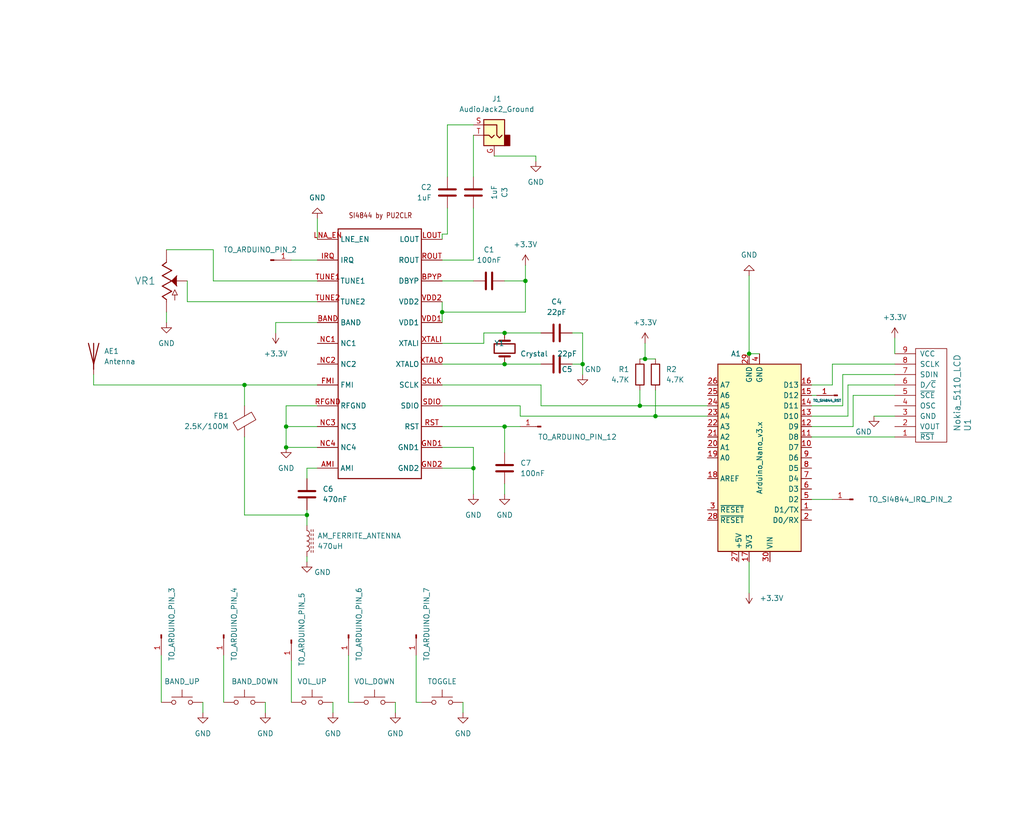
<source format=kicad_sch>
(kicad_sch (version 20230121) (generator eeschema)
  (paper "User" 250.012 200)
  (title_block (title "SI4844, NOKIA 5110  and Arduino Setup") (company "Ricardo Lima Caratti"))
  (lib_symbols
    (symbol "Connector:Conn_01x01_Pin" (pin_names (offset 1.016) hide)
      (property "Reference" "J" (at 0 2.54 0))
      (property "Value" "Conn_01x01_Pin" (at 0 -2.54 0))
      (symbol "Conn_01x01_Pin_1_1"
        (polyline (pts (xy 1.27 0) (xy 0.8636 0)) (stroke (width 0.1524)))
        (rectangle (start 0.8636 0.127) (end 0 -0.127) (stroke (width 0.1524)) (fill (type outline)))
        (pin passive line (at 5.08 0 180) (length 3.81) (name "Pin_1") (number "1"))
      )
    )
    (symbol "Connector_Audio:AudioJack2_Ground"
      (property "Reference" "J" (at 0 8.89 0))
      (property "Value" "AudioJack2_Ground" (at 0 6.35 0))
      (symbol "AudioJack2_Ground_0_1"
        (rectangle (start -2.54 -2.54) (end -3.81 0) (stroke (width 0.254)) (fill (type outline)))
        (polyline (pts (xy 0 0) (xy 0.635 -0.635) (xy 1.27 0) (xy 2.54 0)) (stroke (width 0.254)))
        (polyline (pts (xy 2.54 2.54) (xy -0.635 2.54) (xy -0.635 0) (xy -1.27 -0.635) (xy -1.905 0)) (stroke (width 0.254)))
        (rectangle (start 2.54 3.81) (end -2.54 -2.54) (stroke (width 0.254)) (fill (type background)))
      )
      (symbol "AudioJack2_Ground_1_1"
        (pin passive line (at 0 -5.08 90) (length 2.54) (name "~") (number "G"))
        (pin passive line (at 5.08 2.54 180) (length 2.54) (name "~") (number "S"))
        (pin passive line (at 5.08 0 180) (length 2.54) (name "~") (number "T"))
      )
    )
    (symbol "Device:Antenna" (pin_numbers hide) (pin_names (offset 1.016) hide)
      (property "Reference" "AE" (at -1.905 1.905 0))
      (property "Value" "Antenna" (at -1.905 0 0))
      (symbol "Antenna_0_1"
        (polyline (pts (xy 0 2.54) (xy 0 -3.81)) (stroke (width 0.254)))
        (polyline (pts (xy 1.27 2.54) (xy 0 -2.54) (xy -1.27 2.54)) (stroke (width 0.254)))
      )
      (symbol "Antenna_1_1"
        (pin input line (at 0 -5.08 90) (length 2.54) (name "A") (number "1"))
      )
    )
    (symbol "Device:C" (pin_numbers hide) (pin_names (offset 0.254))
      (property "Reference" "C" (at 0.635 2.54 0))
      (property "Value" "C" (at 0.635 -2.54 0))
      (symbol "C_0_1"
        (polyline (pts (xy -2.032 -0.762) (xy 2.032 -0.762)) (stroke (width 0.508)))
        (polyline (pts (xy -2.032 0.762) (xy 2.032 0.762)) (stroke (width 0.508)))
      )
      (symbol "C_1_1"
        (pin passive line (at 0 3.81 270) (length 2.794) (name "~") (number "1"))
        (pin passive line (at 0 -3.81 90) (length 2.794) (name "~") (number "2"))
      )
    )
    (symbol "Device:Crystal" (pin_numbers hide) (pin_names (offset 1.016) hide)
      (property "Reference" "Y" (at 0 3.81 0))
      (property "Value" "Crystal" (at 0 -3.81 0))
      (symbol "Crystal_0_1"
        (rectangle (start -1.143 2.54) (end 1.143 -2.54) (stroke (width 0.3048)))
        (polyline (pts (xy -2.54 0) (xy -1.905 0)))
        (polyline (pts (xy -1.905 -1.27) (xy -1.905 1.27)) (stroke (width 0.508)))
        (polyline (pts (xy 1.905 -1.27) (xy 1.905 1.27)) (stroke (width 0.508)))
        (polyline (pts (xy 2.54 0) (xy 1.905 0)))
      )
      (symbol "Crystal_1_1"
        (pin passive line (at -3.81 0 0) (length 1.27) (name "1") (number "1"))
        (pin passive line (at 3.81 0 180) (length 1.27) (name "2") (number "2"))
      )
    )
    (symbol "Device:FerriteBead" (pin_numbers hide) (pin_names (offset 0))
      (property "Reference" "FB" (at -3.81 0.635 90))
      (property "Value" "FerriteBead" (at 3.81 0 90))
      (symbol "FerriteBead_0_1"
        (polyline (pts (xy 0 -1.27) (xy 0 -1.2192)))
        (polyline (pts (xy 0 1.27) (xy 0 1.2954)))
        (polyline (pts (xy -2.7686 0.4064) (xy -1.7018 2.2606) (xy 2.7686 -0.3048) (xy 1.6764 -2.159) (xy -2.7686 0.4064)))
      )
      (symbol "FerriteBead_1_1"
        (pin passive line (at 0 3.81 270) (length 2.54) (name "~") (number "1"))
        (pin passive line (at 0 -3.81 90) (length 2.54) (name "~") (number "2"))
      )
    )
    (symbol "Device:L_Ferrite" (pin_numbers hide) (pin_names (offset 1.016) hide)
      (property "Reference" "L" (at -1.27 0 90))
      (property "Value" "L_Ferrite" (at 2.794 0 90))
      (symbol "L_Ferrite_0_1"
        (arc (start 0 -2.54) (mid 0.6323 -1.905) (end 0 -1.27))
        (arc (start 0 -1.27) (mid 0.6323 -0.635) (end 0 0))
        (polyline (pts (xy 1.016 -2.794) (xy 1.016 -2.286)))
        (polyline (pts (xy 1.016 -1.778) (xy 1.016 -1.27)))
        (polyline (pts (xy 1.016 -0.762) (xy 1.016 -0.254)))
        (polyline (pts (xy 1.016 0.254) (xy 1.016 0.762)))
        (polyline (pts (xy 1.016 1.27) (xy 1.016 1.778)))
        (polyline (pts (xy 1.016 2.286) (xy 1.016 2.794)))
        (polyline (pts (xy 1.524 -2.286) (xy 1.524 -2.794)))
        (polyline (pts (xy 1.524 -1.27) (xy 1.524 -1.778)))
        (polyline (pts (xy 1.524 -0.254) (xy 1.524 -0.762)))
        (polyline (pts (xy 1.524 0.762) (xy 1.524 0.254)))
        (polyline (pts (xy 1.524 1.778) (xy 1.524 1.27)))
        (polyline (pts (xy 1.524 2.794) (xy 1.524 2.286)))
        (arc (start 0 0) (mid 0.6323 0.635) (end 0 1.27))
        (arc (start 0 1.27) (mid 0.6323 1.905) (end 0 2.54))
      )
      (symbol "L_Ferrite_1_1"
        (pin passive line (at 0 3.81 270) (length 1.27) (name "1") (number "1"))
        (pin passive line (at 0 -3.81 90) (length 1.27) (name "2") (number "2"))
      )
    )
    (symbol "Device:R" (pin_numbers hide) (pin_names (offset 0))
      (property "Reference" "R" (at 2.032 0 90))
      (property "Value" "R" (at 0 0 90))
      (symbol "R_0_1"
        (rectangle (start -1.016 -2.54) (end 1.016 2.54) (stroke (width 0.254)))
      )
      (symbol "R_1_1"
        (pin passive line (at 0 3.81 270) (length 1.27) (name "~") (number "1"))
        (pin passive line (at 0 -3.81 90) (length 1.27) (name "~") (number "2"))
      )
    )
    (symbol "Display_Character:Nokia_5110_LCD" (pin_names (offset 1.016))
      (property "Reference" "U" (at 0 -13.97 0))
      (property "Value" "Nokia_5110_LCD" (at 6.35 0 90))
      (symbol "Nokia_5110_LCD_0_1"
        (rectangle (start -3.81 11.43) (end 3.81 -11.43))
      )
      (symbol "Nokia_5110_LCD_1_1"
        (pin passive line (at -8.89 10.16 0) (length 5.08) (name "~{RST}") (number "1"))
        (pin passive line (at -8.89 7.62 0) (length 5.08) (name "VOUT") (number "2"))
        (pin power_in line (at -8.89 5.08 0) (length 5.08) (name "GND") (number "3"))
        (pin passive line (at -8.89 2.54 0) (length 5.08) (name "OSC") (number "4"))
        (pin passive line (at -8.89 0 0) (length 5.08) (name "~{SCE}") (number "5"))
        (pin passive line (at -8.89 -2.54 0) (length 5.08) (name "D/~{C}") (number "6"))
        (pin passive line (at -8.89 -5.08 0) (length 5.08) (name "SDIN") (number "7"))
        (pin passive line (at -8.89 -7.62 0) (length 5.08) (name "SCLK") (number "8"))
        (pin power_in line (at -8.89 -10.16 0) (length 5.08) (name "VCC") (number "9"))
      )
    )
    (symbol "MCU_Module:Arduino_Nano_v3.x"
      (property "Reference" "A" (at -10.16 23.495 0))
      (property "Value" "Arduino_Nano_v3.x" (at 5.08 -24.13 0))
      (symbol "Arduino_Nano_v3.x_0_1"
        (rectangle (start -10.16 22.86) (end 10.16 -22.86) (stroke (width 0.254)) (fill (type background)))
      )
      (symbol "Arduino_Nano_v3.x_1_1"
        (pin bidirectional line (at -12.7 12.7 0) (length 2.54) (name "D1/TX") (number "1"))
        (pin bidirectional line (at -12.7 -2.54 0) (length 2.54) (name "D7") (number "10"))
        (pin bidirectional line (at -12.7 -5.08 0) (length 2.54) (name "D8") (number "11"))
        (pin bidirectional line (at -12.7 -7.62 0) (length 2.54) (name "D9") (number "12"))
        (pin bidirectional line (at -12.7 -10.16 0) (length 2.54) (name "D10") (number "13"))
        (pin bidirectional line (at -12.7 -12.7 0) (length 2.54) (name "D11") (number "14"))
        (pin bidirectional line (at -12.7 -15.24 0) (length 2.54) (name "D12") (number "15"))
        (pin bidirectional line (at -12.7 -17.78 0) (length 2.54) (name "D13") (number "16"))
        (pin power_out line (at 2.54 25.4 270) (length 2.54) (name "3V3") (number "17"))
        (pin input line (at 12.7 5.08 180) (length 2.54) (name "AREF") (number "18"))
        (pin bidirectional line (at 12.7 0 180) (length 2.54) (name "A0") (number "19"))
        (pin bidirectional line (at -12.7 15.24 0) (length 2.54) (name "D0/RX") (number "2"))
        (pin bidirectional line (at 12.7 -2.54 180) (length 2.54) (name "A1") (number "20"))
        (pin bidirectional line (at 12.7 -5.08 180) (length 2.54) (name "A2") (number "21"))
        (pin bidirectional line (at 12.7 -7.62 180) (length 2.54) (name "A3") (number "22"))
        (pin bidirectional line (at 12.7 -10.16 180) (length 2.54) (name "A4") (number "23"))
        (pin bidirectional line (at 12.7 -12.7 180) (length 2.54) (name "A5") (number "24"))
        (pin bidirectional line (at 12.7 -15.24 180) (length 2.54) (name "A6") (number "25"))
        (pin bidirectional line (at 12.7 -17.78 180) (length 2.54) (name "A7") (number "26"))
        (pin power_out line (at 5.08 25.4 270) (length 2.54) (name "+5V") (number "27"))
        (pin input line (at 12.7 15.24 180) (length 2.54) (name "~{RESET}") (number "28"))
        (pin power_in line (at 2.54 -25.4 90) (length 2.54) (name "GND") (number "29"))
        (pin input line (at 12.7 12.7 180) (length 2.54) (name "~{RESET}") (number "3"))
        (pin power_in line (at -2.54 25.4 270) (length 2.54) (name "VIN") (number "30"))
        (pin power_in line (at 0 -25.4 90) (length 2.54) (name "GND") (number "4"))
        (pin bidirectional line (at -12.7 10.16 0) (length 2.54) (name "D2") (number "5"))
        (pin bidirectional line (at -12.7 7.62 0) (length 2.54) (name "D3") (number "6"))
        (pin bidirectional line (at -12.7 5.08 0) (length 2.54) (name "D4") (number "7"))
        (pin bidirectional line (at -12.7 2.54 0) (length 2.54) (name "D5") (number "8"))
        (pin bidirectional line (at -12.7 0 0) (length 2.54) (name "D6") (number "9"))
      )
    )
    (symbol "SI4844:POTENTIOMETER-PTH-9MM-1/20W-20%"
      (property "Reference" "VR" (at 3.048 -0.254 90))
      (symbol "POTENTIOMETER-PTH-9MM-1/20W-20%_1_0"
        (polyline (pts (xy -1.016 -3.81) (xy 1.27 -2.54)) (stroke (width 0.254)))
        (polyline (pts (xy -1.016 -1.27) (xy 1.27 0)) (stroke (width 0.254)))
        (polyline (pts (xy -1.016 1.27) (xy 1.27 2.54)) (stroke (width 0.254)))
        (polyline (pts (xy -1.016 3.81) (xy 0 4.572)) (stroke (width 0.254)))
        (polyline (pts (xy 0 -5.08) (xy 0 -4.572)) (stroke (width 0.1524)))
        (polyline (pts (xy 0 -4.572) (xy -1.016 -3.81)) (stroke (width 0.254)))
        (polyline (pts (xy 0 4.572) (xy 0 5.08)) (stroke (width 0.1524)))
        (polyline (pts (xy 1.27 -2.54) (xy -1.016 -1.27)) (stroke (width 0.254)))
        (polyline (pts (xy 1.27 0) (xy -1.016 1.27)) (stroke (width 0.254)))
        (polyline (pts (xy 1.27 2.54) (xy -1.016 3.81)) (stroke (width 0.254)))
        (polyline (pts (xy 1.397 -3.429) (xy 2.032 -2.159)) (stroke (width 0.1524)))
        (polyline (pts (xy 2.032 -4.699) (xy 2.032 -3.429)) (stroke (width 0.1524)))
        (polyline (pts (xy 2.032 -3.429) (xy 1.397 -3.429)) (stroke (width 0.1524)))
        (polyline (pts (xy 2.032 -2.159) (xy 2.667 -3.429)) (stroke (width 0.1524)))
        (polyline (pts (xy 2.667 -3.429) (xy 2.032 -3.429)) (stroke (width 0.1524)))
        (polyline (pts (xy 2.54 -1.27) (xy 1.27 0) (xy 2.54 1.27)) (stroke (width 0.2032)) (fill (type outline)))
        (pin passive line (at 0 7.62 270) (length 2.54) (name "E") (number "P$1"))
        (pin passive line (at 5.08 0 180) (length 2.54) (name "S") (number "P$2"))
        (pin passive line (at 0 -7.62 90) (length 2.54) (name "A") (number "P$3"))
      )
    )
    (symbol "SI4844:SI4844"
      (symbol "SI4844_1_0"
        (polyline (pts (xy -17.78 -30.48) (xy 2.54 -30.48)) (stroke (width 0.254)))
        (polyline (pts (xy -17.78 30.48) (xy -17.78 -30.48)) (stroke (width 0.254)))
        (polyline (pts (xy 2.54 -30.48) (xy 2.54 30.48)) (stroke (width 0.254)))
        (polyline (pts (xy 2.54 30.48) (xy -17.78 30.48)) (stroke (width 0.254)))
        (text "SI4844 by PU2CLR" (at -15.24 33.02 0) (effects (font (size 1.27 1.0795)) (justify left bottom)))
        (pin bidirectional line (at -22.86 -27.94 0) (length 5.08) (name "AMI") (number "AMI"))
        (pin bidirectional line (at -22.86 7.62 0) (length 5.08) (name "BAND") (number "BAND"))
        (pin bidirectional line (at 7.62 17.78 180) (length 5.08) (name "DBYP") (number "BPYP"))
        (pin bidirectional line (at -22.86 -7.62 0) (length 5.08) (name "FMI") (number "FMI"))
        (pin bidirectional line (at 7.62 -22.86 180) (length 5.08) (name "GND1") (number "GND1"))
        (pin bidirectional line (at 7.62 -27.94 180) (length 5.08) (name "GND2") (number "GND2"))
        (pin bidirectional line (at -22.86 22.86 0) (length 5.08) (name "IRQ") (number "IRQ"))
        (pin bidirectional line (at -22.86 27.94 0) (length 5.08) (name "LNE_EN") (number "LNA_EN"))
        (pin bidirectional line (at 7.62 27.94 180) (length 5.08) (name "LOUT") (number "LOUT"))
        (pin bidirectional line (at -22.86 2.54 0) (length 5.08) (name "NC1") (number "NC1"))
        (pin bidirectional line (at -22.86 -2.54 0) (length 5.08) (name "NC2") (number "NC2"))
        (pin bidirectional line (at -22.86 -17.78 0) (length 5.08) (name "NC3") (number "NC3"))
        (pin bidirectional line (at -22.86 -22.86 0) (length 5.08) (name "NC4") (number "NC4"))
        (pin bidirectional line (at -22.86 -12.7 0) (length 5.08) (name "RFGND") (number "RFGND"))
        (pin bidirectional line (at 7.62 22.86 180) (length 5.08) (name "ROUT") (number "ROUT"))
        (pin bidirectional line (at 7.62 -17.78 180) (length 5.08) (name "RST") (number "RST"))
        (pin bidirectional line (at 7.62 -7.62 180) (length 5.08) (name "SCLK") (number "SCLK"))
        (pin bidirectional line (at 7.62 -12.7 180) (length 5.08) (name "SDIO") (number "SDIO"))
        (pin bidirectional line (at -22.86 17.78 0) (length 5.08) (name "TUNE1") (number "TUNE1"))
        (pin bidirectional line (at -22.86 12.7 0) (length 5.08) (name "TUNE2") (number "TUNE2"))
        (pin bidirectional line (at 7.62 7.62 180) (length 5.08) (name "VDD1") (number "VDD1"))
        (pin bidirectional line (at 7.62 12.7 180) (length 5.08) (name "VDD2") (number "VDD2"))
        (pin bidirectional line (at 7.62 2.54 180) (length 5.08) (name "XTALI") (number "XTALI"))
        (pin bidirectional line (at 7.62 -2.54 180) (length 5.08) (name "XTALO") (number "XTALO"))
      )
    )
    (symbol "Switch:SW_Push" (pin_numbers hide) (pin_names (offset 1.016) hide)
      (property "Reference" "SW" (at 1.27 2.54 0))
      (property "Value" "SW_Push" (at 0 -1.524 0))
      (symbol "SW_Push_0_1"
        (circle (center -2.032 0) (radius 0.508))
        (polyline (pts (xy 0 1.27) (xy 0 3.048)))
        (polyline (pts (xy 2.54 1.27) (xy -2.54 1.27)))
        (circle (center 2.032 0) (radius 0.508))
        (pin passive line (at -5.08 0 0) (length 2.54) (name "1") (number "1"))
        (pin passive line (at 5.08 0 180) (length 2.54) (name "2") (number "2"))
      )
    )
    (symbol "power:+3.3V" (power) (pin_names (offset 0))
      (property "Value" "+3.3V" (at 0 3.556 0))
      (symbol "+3.3V_0_1"
        (polyline (pts (xy -0.762 1.27) (xy 0 2.54)))
        (polyline (pts (xy 0 0) (xy 0 2.54)))
        (polyline (pts (xy 0 2.54) (xy 0.762 1.27)))
      )
      (symbol "+3.3V_1_1"
        (pin power_in line (at 0 0 90) (length 0) hide (name "+3.3V") (number "1"))
      )
    )
    (symbol "power:GND" (power) (pin_names (offset 0))
      (property "Value" "GND" (at 0 -3.81 0))
      (symbol "GND_0_1"
        (polyline (pts (xy 0 0) (xy 0 -1.27) (xy 1.27 -1.27) (xy 0 -2.54) (xy -1.27 -1.27) (xy 0 -1.27)))
      )
      (symbol "GND_1_1"
        (pin power_in line (at 0 0 270) (length 0) hide (name "GND") (number "1"))
      )
    )
  )
  (junction (at 142.24 88.9))
  (junction (at 182.88 86.36))
  (junction (at 115.57 114.3))
  (junction (at 123.19 104.14))
  (junction (at 69.85 104.14))
  (junction (at 160.02 101.6))
  (junction (at 107.95 76.2))
  (junction (at 123.19 88.9))
  (junction (at 74.93 125.73))
  (junction (at 69.85 109.22))
  (junction (at 123.19 81.28))
  (junction (at 59.69 93.98))
  (junction (at 157.48 87.63))
  (junction (at 128.27 68.58))
  (junction (at 156.21 99.06))
  (wire (pts (xy 102.87 171.45) (xy 101.6 171.45)))
  (wire (pts (xy 123.19 118.11) (xy 123.19 120.65)))
  (wire (pts (xy 22.86 93.98) (xy 59.69 93.98)))
  (wire (pts (xy 107.95 76.2) (xy 128.27 76.2)))
  (wire (pts (xy 107.95 109.22) (xy 115.57 109.22)))
  (wire (pts (xy 71.12 63.5) (xy 77.47 63.5)))
  (wire (pts (xy 54.61 160.02) (xy 54.61 171.45)))
  (wire (pts (xy 107.95 63.5) (xy 115.57 63.5)))
  (wire (pts (xy 142.24 81.28) (xy 142.24 88.9)))
  (wire (pts (xy 69.85 109.22) (xy 77.47 109.22)))
  (wire (pts (xy 107.95 68.58) (xy 115.57 68.58)))
  (wire (pts (xy 198.12 106.68) (xy 218.44 106.68)))
  (wire (pts (xy 107.95 88.9) (xy 123.19 88.9)))
  (wire (pts (xy 49.53 171.45) (xy 49.53 173.99)))
  (wire (pts (xy 198.12 96.52) (xy 199.39 96.52)))
  (wire (pts (xy 120.65 38.1) (xy 130.81 38.1)))
  (wire (pts (xy 198.12 99.06) (xy 205.74 99.06)))
  (wire (pts (xy 52.07 68.58) (xy 77.47 68.58)))
  (wire (pts (xy 77.47 53.34) (xy 77.47 58.42)))
  (wire (pts (xy 139.7 88.9) (xy 142.24 88.9)))
  (wire (pts (xy 156.21 95.25) (xy 156.21 99.06)))
  (wire (pts (xy 107.95 73.66) (xy 107.95 76.2)))
  (wire (pts (xy 128.27 64.77) (xy 128.27 68.58)))
  (wire (pts (xy 40.64 60.96) (xy 52.07 60.96)))
  (wire (pts (xy 77.47 78.74) (xy 67.31 78.74)))
  (wire (pts (xy 207.01 101.6) (xy 207.01 93.98)))
  (wire (pts (xy 69.85 104.14) (xy 69.85 109.22)))
  (wire (pts (xy 67.31 78.74) (xy 67.31 81.28)))
  (wire (pts (xy 81.28 171.45) (xy 81.28 173.99)))
  (wire (pts (xy 115.57 114.3) (xy 115.57 120.65)))
  (wire (pts (xy 118.11 81.28) (xy 123.19 81.28)))
  (wire (pts (xy 213.36 101.6) (xy 218.44 101.6)))
  (wire (pts (xy 109.22 30.48) (xy 115.57 30.48)))
  (wire (pts (xy 107.95 104.14) (xy 123.19 104.14)))
  (wire (pts (xy 115.57 33.02) (xy 115.57 43.18)))
  (wire (pts (xy 64.77 171.45) (xy 64.77 173.99)))
  (wire (pts (xy 198.12 93.98) (xy 203.2 93.98)))
  (wire (pts (xy 208.28 104.14) (xy 208.28 96.52)))
  (wire (pts (xy 107.95 114.3) (xy 115.57 114.3)))
  (wire (pts (xy 172.72 99.06) (xy 156.21 99.06)))
  (wire (pts (xy 59.69 93.98) (xy 77.47 93.98)))
  (wire (pts (xy 45.72 68.58) (xy 45.72 73.66)))
  (wire (pts (xy 198.12 101.6) (xy 207.01 101.6)))
  (wire (pts (xy 208.28 96.52) (xy 218.44 96.52)))
  (wire (pts (xy 115.57 50.8) (xy 115.57 63.5)))
  (wire (pts (xy 107.95 58.42) (xy 107.95 57.15)))
  (wire (pts (xy 59.69 106.68) (xy 59.69 125.73)))
  (wire (pts (xy 130.81 38.1) (xy 130.81 39.37)))
  (wire (pts (xy 128.27 68.58) (xy 128.27 76.2)))
  (wire (pts (xy 139.7 81.28) (xy 142.24 81.28)))
  (wire (pts (xy 182.88 137.16) (xy 182.88 144.78)))
  (wire (pts (xy 69.85 99.06) (xy 69.85 104.14)))
  (wire (pts (xy 107.95 76.2) (xy 107.95 78.74)))
  (wire (pts (xy 198.12 104.14) (xy 208.28 104.14)))
  (wire (pts (xy 118.11 83.82) (xy 118.11 81.28)))
  (wire (pts (xy 156.21 99.06) (xy 132.08 99.06)))
  (wire (pts (xy 59.69 125.73) (xy 74.93 125.73)))
  (wire (pts (xy 109.22 57.15) (xy 109.22 50.8)))
  (wire (pts (xy 182.88 67.31) (xy 182.88 86.36)))
  (wire (pts (xy 101.6 160.02) (xy 101.6 171.45)))
  (wire (pts (xy 203.2 88.9) (xy 218.44 88.9)))
  (wire (pts (xy 107.95 83.82) (xy 118.11 83.82)))
  (wire (pts (xy 172.72 101.6) (xy 160.02 101.6)))
  (wire (pts (xy 132.08 99.06) (xy 132.08 93.98)))
  (wire (pts (xy 160.02 101.6) (xy 127 101.6)))
  (wire (pts (xy 107.95 57.15) (xy 109.22 57.15)))
  (wire (pts (xy 157.48 83.82) (xy 157.48 87.63)))
  (wire (pts (xy 45.72 73.66) (xy 77.47 73.66)))
  (wire (pts (xy 160.02 95.25) (xy 160.02 101.6)))
  (wire (pts (xy 86.36 171.45) (xy 85.09 171.45)))
  (wire (pts (xy 205.74 91.44) (xy 218.44 91.44)))
  (wire (pts (xy 142.24 88.9) (xy 142.24 91.44)))
  (wire (pts (xy 74.93 124.46) (xy 74.93 125.73)))
  (wire (pts (xy 39.37 160.02) (xy 39.37 171.45)))
  (wire (pts (xy 107.95 93.98) (xy 132.08 93.98)))
  (wire (pts (xy 85.09 160.02) (xy 85.09 171.45)))
  (wire (pts (xy 123.19 104.14) (xy 123.19 110.49)))
  (wire (pts (xy 52.07 60.96) (xy 52.07 68.58)))
  (wire (pts (xy 74.93 114.3) (xy 74.93 116.84)))
  (wire (pts (xy 107.95 99.06) (xy 127 99.06)))
  (wire (pts (xy 156.21 87.63) (xy 157.48 87.63)))
  (wire (pts (xy 205.74 99.06) (xy 205.74 91.44)))
  (wire (pts (xy 182.88 86.36) (xy 185.42 86.36)))
  (wire (pts (xy 96.52 171.45) (xy 96.52 173.99)))
  (wire (pts (xy 77.47 114.3) (xy 74.93 114.3)))
  (wire (pts (xy 157.48 87.63) (xy 160.02 87.63)))
  (wire (pts (xy 40.64 76.2) (xy 40.64 78.74)))
  (wire (pts (xy 123.19 88.9) (xy 132.08 88.9)))
  (wire (pts (xy 59.69 99.06) (xy 59.69 93.98)))
  (wire (pts (xy 71.12 161.29) (xy 71.12 171.45)))
  (wire (pts (xy 109.22 43.18) (xy 109.22 30.48)))
  (wire (pts (xy 218.44 82.55) (xy 218.44 86.36)))
  (wire (pts (xy 74.93 135.89) (xy 74.93 137.16)))
  (wire (pts (xy 203.2 93.98) (xy 203.2 88.9)))
  (wire (pts (xy 22.86 91.44) (xy 22.86 93.98)))
  (wire (pts (xy 123.19 81.28) (xy 132.08 81.28)))
  (wire (pts (xy 123.19 68.58) (xy 128.27 68.58)))
  (wire (pts (xy 198.12 121.92) (xy 203.2 121.92)))
  (wire (pts (xy 74.93 125.73) (xy 74.93 128.27)))
  (wire (pts (xy 115.57 109.22) (xy 115.57 114.3)))
  (wire (pts (xy 77.47 99.06) (xy 69.85 99.06)))
  (wire (pts (xy 123.19 104.14) (xy 127 104.14)))
  (wire (pts (xy 77.47 104.14) (xy 69.85 104.14)))
  (wire (pts (xy 127 101.6) (xy 127 99.06)))
  (wire (pts (xy 113.03 171.45) (xy 113.03 173.99)))
  (wire (pts (xy 207.01 93.98) (xy 218.44 93.98)))
  (symbol (lib_id "power:+3.3V") (at 182.88 144.78 180) (unit 1)
    (property "Reference" "#PWR013" (effects hide))
    (property "Value" "+3.3V" (at 185.42 146.05 0) (effects (justify right)))
  )
  (symbol (lib_id "Device:C") (at 115.57 46.99 0) (mirror y) (unit 1)
    (property "Reference" "C3" (at 123.19 46.99 90))
    (property "Value" "1uF" (at 120.65 46.99 90))
  )
  (symbol (lib_id "SI4844:POTENTIOMETER-PTH-9MM-1/20W-20%") (at 40.64 68.58 0) (unit 1)
    (property "Reference" "VR1" (at 38.1 68.58 0) (effects (font (size 1.778 1.778)) (justify right)))
    (property "Footprint" "SI4844_01:POT-PTH-ALPS" (effects hide))
  )
  (symbol (lib_id "power:GND") (at 49.53 173.99 0) (unit 1)
    (property "Reference" "#PWR016" (effects hide))
    (property "Value" "GND" (at 49.53 179.07 0))
  )
  (symbol (lib_id "power:GND") (at 123.19 120.65 0) (unit 1)
    (property "Reference" "#PWR011" (effects hide))
    (property "Value" "GND" (at 123.19 125.73 0))
  )
  (symbol (lib_id "power:GND") (at 130.81 39.37 0) (unit 1)
    (property "Reference" "#PWR05" (effects hide))
    (property "Value" "GND" (at 130.81 44.45 0))
  )
  (symbol (lib_id "Switch:SW_Push") (at 107.95 171.45 0) (unit 1)
    (property "Reference" "SW5" (effects hide))
    (property "Value" "TOGGLE" (at 107.95 166.37 0))
  )
  (symbol (lib_id "power:GND") (at 213.36 101.6 0) (unit 1)
    (property "Reference" "#PWR014" (effects hide))
    (property "Value" "GND" (at 210.82 105.41 0))
  )
  (symbol (lib_id "Connector_Audio:AudioJack2_Ground") (at 120.65 33.02 0) (mirror y) (unit 1)
    (property "Reference" "J1" (at 121.285 24.13 0))
    (property "Value" "AudioJack2_Ground" (at 121.285 26.67 0))
  )
  (symbol (lib_id "Device:C") (at 135.89 81.28 270) (unit 1)
    (property "Reference" "C4" (at 135.89 73.66 90))
    (property "Value" "22pF" (at 135.89 76.2 90))
  )
  (symbol (lib_id "Device:FerriteBead") (at 59.69 102.87 0) (mirror y) (unit 1)
    (property "Reference" "FB1" (at 55.88 101.5492 0) (effects (justify left)))
    (property "Value" "2.5K/100M" (at 55.88 104.0892 0) (effects (justify left)))
  )
  (symbol (lib_id "power:GND") (at 182.88 67.31 180) (unit 1)
    (property "Reference" "#PWR04" (effects hide))
    (property "Value" "GND" (at 182.88 62.23 0))
  )
  (symbol (lib_id "power:GND") (at 40.64 78.74 0) (unit 1)
    (property "Reference" "#PWR010" (effects hide))
    (property "Value" "GND" (at 40.64 83.82 0))
  )
  (symbol (lib_id "MCU_Module:Arduino_Nano_v3.x") (at 185.42 111.76 180) (unit 1)
    (property "Reference" "A1" (at 180.9241 86.36 0) (effects (justify left)))
    (property "Value" "Arduino_Nano_v3.x" (at 185.42 102.87 90) (effects (justify left)))
    (property "Footprint" "Module:Arduino_Nano" (effects hide))
    (property "Datasheet" "http://www.mouser.com/pdfdocs/Gravitech_Arduino_Nano3_0.pdf" (effects hide))
  )
  (symbol (lib_id "Device:L_Ferrite") (at 74.93 132.08 0) (unit 1)
    (property "Reference" "AM_FERRITE_ANTENNA" (at 77.47 130.81 0) (effects (justify left)))
    (property "Value" "470uH" (at 77.47 133.35 0) (effects (justify left)))
  )
  (symbol (lib_id "Connector:Conn_01x01_Pin") (at 101.6 154.94 270) (unit 1)
    (property "Reference" "J10" (effects hide))
    (property "Value" "TO_ARDUINO_PIN_7" (at 104.14 152.4 0))
  )
  (symbol (lib_id "Device:C") (at 109.22 46.99 0) (mirror y) (unit 1)
    (property "Reference" "C2" (at 105.41 45.72 0) (effects (justify left)))
    (property "Value" "1uF" (at 105.41 48.26 0) (effects (justify left)))
  )
  (symbol (lib_id "SI4844:SI4844") (at 100.33 86.36 0) (unit 1)
    (property "Reference" "SI1" (effects hide))
    (property "Footprint" "SI4844_01:SSOP24" (effects hide))
  )
  (symbol (lib_id "Device:R") (at 160.02 91.44 0) (unit 1)
    (property "Reference" "R2" (at 162.56 90.17 0) (effects (justify left)))
    (property "Value" "4.7K" (at 162.56 92.71 0) (effects (justify left)))
  )
  (symbol (lib_id "power:GND") (at 77.47 53.34 180) (unit 1)
    (property "Reference" "#PWR08" (effects hide))
    (property "Value" "GND" (at 77.47 48.26 0))
  )
  (symbol (lib_id "Switch:SW_Push") (at 44.45 171.45 0) (unit 1)
    (property "Reference" "SW1" (effects hide))
    (property "Value" "BAND_UP" (at 44.45 166.37 0))
  )
  (symbol (lib_id "power:+3.3V") (at 128.27 64.77 0) (unit 1)
    (property "Reference" "#PWR01" (effects hide))
    (property "Value" "+3.3V" (at 128.27 59.69 0))
  )
  (symbol (lib_id "Connector:Conn_01x01_Pin") (at 66.04 63.5 0) (unit 1)
    (property "Reference" "J3" (effects hide))
    (property "Value" "TO_ARDUINO_PIN_2" (at 63.5 60.96 0))
  )
  (symbol (lib_id "power:GND") (at 142.24 91.44 0) (unit 1)
    (property "Reference" "#PWR02" (effects hide))
    (property "Value" "GND" (at 144.78 90.17 0))
  )
  (symbol (lib_id "Switch:SW_Push") (at 91.44 171.45 0) (unit 1)
    (property "Reference" "SW4" (effects hide))
    (property "Value" "VOL_DOWN" (at 91.44 166.37 0))
  )
  (symbol (lib_id "power:GND") (at 96.52 173.99 0) (unit 1)
    (property "Reference" "#PWR019" (effects hide))
    (property "Value" "GND" (at 96.52 179.07 0))
  )
  (symbol (lib_id "Connector:Conn_01x01_Pin") (at 204.47 96.52 180) (unit 1)
    (property "Reference" "J5" (effects hide))
    (property "Value" "TO_SI4844_RST" (at 201.93 97.79 0) (effects (font (size 0.6 0.6))))
  )
  (symbol (lib_id "power:GND") (at 81.28 173.99 0) (unit 1)
    (property "Reference" "#PWR018" (effects hide))
    (property "Value" "GND" (at 81.28 179.07 0))
  )
  (symbol (lib_id "Connector:Conn_01x01_Pin") (at 208.28 121.92 180) (unit 1)
    (property "Reference" "J2" (effects hide))
    (property "Value" "TO_SI4844_IRQ_PIN_2" (at 222.25 121.92 0))
  )
  (symbol (lib_id "Device:R") (at 156.21 91.44 0) (mirror y) (unit 1)
    (property "Reference" "R1" (at 153.67 90.17 0) (effects (justify left)))
    (property "Value" "4.7K" (at 153.67 92.71 0) (effects (justify left)))
  )
  (symbol (lib_id "Display_Character:Nokia_5110_LCD") (at 227.33 96.52 0) (mirror x) (unit 1)
    (property "Reference" "U1" (at 236.22 105.41 90) (effects (font (size 1.524 1.524)) (justify right)))
    (property "Value" "Nokia_5110_LCD" (at 233.68 105.41 90) (effects (font (size 1.524 1.524)) (justify right)))
  )
  (symbol (lib_id "power:GND") (at 115.57 120.65 0) (unit 1)
    (property "Reference" "#PWR03" (effects hide))
    (property "Value" "GND" (at 115.57 125.73 0))
  )
  (symbol (lib_id "power:+3.3V") (at 218.44 82.55 0) (unit 1)
    (property "Reference" "#PWR015" (effects hide))
    (property "Value" "+3.3V" (at 218.44 77.47 0))
  )
  (symbol (lib_id "power:GND") (at 113.03 173.99 0) (unit 1)
    (property "Reference" "#PWR020" (effects hide))
    (property "Value" "GND" (at 113.03 179.07 0))
  )
  (symbol (lib_id "Device:C") (at 119.38 68.58 270) (unit 1)
    (property "Reference" "C1" (at 119.38 60.96 90))
    (property "Value" "100nF" (at 119.38 63.5 90))
  )
  (symbol (lib_id "Switch:SW_Push") (at 59.69 171.45 0) (unit 1)
    (property "Reference" "SW2" (effects hide))
    (property "Value" "BAND_DOWN" (at 62.23 166.37 0))
  )
  (symbol (lib_id "power:GND") (at 69.85 109.22 0) (unit 1)
    (property "Reference" "#PWR07" (effects hide))
    (property "Value" "GND" (at 69.85 114.3 0))
  )
  (symbol (lib_id "Connector:Conn_01x01_Pin") (at 39.37 154.94 270) (unit 1)
    (property "Reference" "J6" (effects hide))
    (property "Value" "TO_ARDUINO_PIN_3" (at 41.91 152.4 0))
  )
  (symbol (lib_id "Device:C") (at 123.19 114.3 0) (unit 1)
    (property "Reference" "C7" (at 127 113.03 0) (effects (justify left)))
    (property "Value" "100nF" (at 127 115.57 0) (effects (justify left)))
  )
  (symbol (lib_id "power:GND") (at 64.77 173.99 0) (unit 1)
    (property "Reference" "#PWR017" (effects hide))
    (property "Value" "GND" (at 64.77 179.07 0))
  )
  (symbol (lib_id "Device:Antenna") (at 22.86 86.36 0) (unit 1)
    (property "Reference" "AE1" (at 25.4 85.725 0) (effects (justify left)))
    (property "Value" "Antenna" (at 25.4 88.265 0) (effects (justify left)))
  )
  (symbol (lib_id "power:+3.3V") (at 157.48 83.82 0) (unit 1)
    (property "Reference" "#PWR012" (effects hide))
    (property "Value" "+3.3V" (at 157.48 78.74 0))
  )
  (symbol (lib_id "Connector:Conn_01x01_Pin") (at 54.61 154.94 270) (unit 1)
    (property "Reference" "J7" (effects hide))
    (property "Value" "TO_ARDUINO_PIN_4" (at 57.15 152.4 0))
  )
  (symbol (lib_id "power:GND") (at 74.93 137.16 0) (unit 1)
    (property "Reference" "#PWR06" (effects hide))
    (property "Value" "GND" (at 78.74 139.7 0))
  )
  (symbol (lib_id "Switch:SW_Push") (at 76.2 171.45 0) (unit 1)
    (property "Reference" "SW3" (effects hide))
    (property "Value" "VOL_UP" (at 76.2 166.37 0))
  )
  (symbol (lib_id "Connector:Conn_01x01_Pin") (at 132.08 104.14 180) (unit 1)
    (property "Reference" "J4" (effects hide))
    (property "Value" "TO_ARDUINO_PIN_12" (at 140.97 106.68 0))
  )
  (symbol (lib_id "Device:C") (at 74.93 120.65 0) (unit 1)
    (property "Reference" "C6" (at 78.74 119.38 0) (effects (justify left)))
    (property "Value" "470nF" (at 78.74 121.92 0) (effects (justify left)))
  )
  (symbol (lib_id "power:+3.3V") (at 67.31 81.28 180) (unit 1)
    (property "Reference" "#PWR09" (effects hide))
    (property "Value" "+3.3V" (at 67.31 86.36 0))
  )
  (symbol (lib_id "Connector:Conn_01x01_Pin") (at 71.12 156.21 270) (unit 1)
    (property "Reference" "J8" (effects hide))
    (property "Value" "TO_ARDUINO_PIN_5" (at 73.66 153.67 0))
  )
  (symbol (lib_id "Device:Crystal") (at 123.19 85.09 270) (unit 1)
    (property "Reference" "Y1" (at 120.65 83.82 90) (effects (justify left)))
    (property "Value" "Crystal" (at 127 86.36 90) (effects (justify left)))
  )
  (symbol (lib_id "Connector:Conn_01x01_Pin") (at 85.09 154.94 270) (unit 1)
    (property "Reference" "J9" (effects hide))
    (property "Value" "TO_ARDUINO_PIN_6" (at 87.63 152.4 0))
  )
  (symbol (lib_id "Device:C") (at 135.89 88.9 270) (mirror x) (unit 1)
    (property "Reference" "C5" (at 138.43 90.17 90))
    (property "Value" "22pF" (at 138.43 86.36 90))
  )
)
</source>
